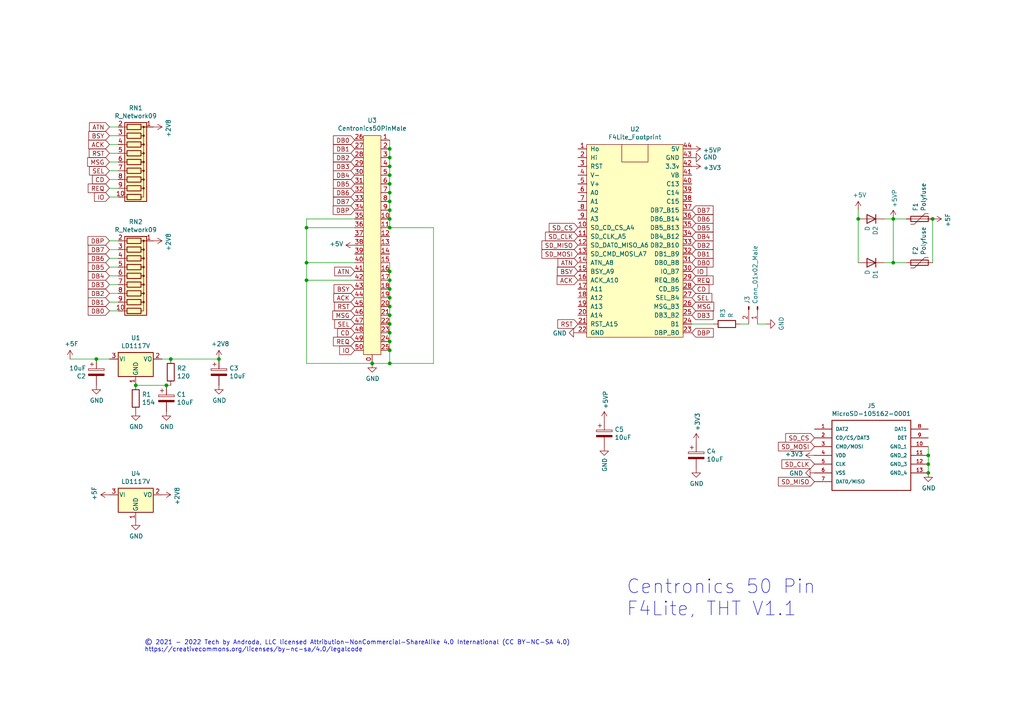
<source format=kicad_sch>
(kicad_sch (version 20211123) (generator eeschema)
  (paper "A4")
  (lib_symbols
    (symbol "Connector:Conn_01x02_Male" (pin_names (offset 1.016) hide)
      (property "Reference" "J" (at 0 2.54 0))
      (property "Value" "Conn_01x02_Male" (at 0 -5.08 0))
      (symbol "Conn_01x02_Male_1_1"
        (polyline (pts (xy 1.27 -2.54) (xy 0.8636 -2.54)) (stroke (width 0.1524)))
        (polyline (pts (xy 1.27 0) (xy 0.8636 0)) (stroke (width 0.1524)))
        (rectangle (start 0.8636 -2.413) (end 0 -2.667) (stroke (width 0.1524)) (fill (type outline)))
        (rectangle (start 0.8636 0.127) (end 0 -0.127) (stroke (width 0.1524)) (fill (type outline)))
        (pin passive line (at 5.08 0 180) (length 3.81) (name "Pin_1") (number "1"))
        (pin passive line (at 5.08 -2.54 180) (length 3.81) (name "Pin_2") (number "2"))
      )
    )
    (symbol "Device:CP" (pin_numbers hide) (pin_names (offset 0.254))
      (property "Reference" "C" (at 0.635 2.54 0))
      (property "Value" "Device_CP" (at 0.635 -2.54 0))
      (symbol "CP_0_1"
        (rectangle (start -2.286 0.508) (end 2.286 1.016))
        (polyline (pts (xy -1.778 2.286) (xy -0.762 2.286)))
        (polyline (pts (xy -1.27 2.794) (xy -1.27 1.778)))
        (rectangle (start 2.286 -0.508) (end -2.286 -1.016) (fill (type outline)))
      )
      (symbol "CP_1_1"
        (pin passive line (at 0 3.81 270) (length 2.794) (name "~") (number "1"))
        (pin passive line (at 0 -3.81 90) (length 2.794) (name "~") (number "2"))
      )
    )
    (symbol "Device:D" (pin_numbers hide) (pin_names (offset 1.016) hide)
      (property "Reference" "D" (at 0 2.54 0))
      (property "Value" "D" (at 0 -2.54 0))
      (symbol "D_0_1"
        (polyline (pts (xy -1.27 1.27) (xy -1.27 -1.27)) (stroke (width 0.254)))
        (polyline (pts (xy 1.27 0) (xy -1.27 0)))
        (polyline (pts (xy 1.27 1.27) (xy 1.27 -1.27) (xy -1.27 0) (xy 1.27 1.27)) (stroke (width 0.254)))
      )
      (symbol "D_1_1"
        (pin passive line (at -3.81 0 0) (length 2.54) (name "K") (number "1"))
        (pin passive line (at 3.81 0 180) (length 2.54) (name "A") (number "2"))
      )
    )
    (symbol "Device:Polyfuse" (pin_numbers hide) (pin_names (offset 0))
      (property "Reference" "F" (at -2.54 0 90))
      (property "Value" "Polyfuse" (at 2.54 0 90))
      (symbol "Polyfuse_0_1"
        (rectangle (start -0.762 2.54) (end 0.762 -2.54) (stroke (width 0.254)))
        (polyline (pts (xy 0 2.54) (xy 0 -2.54)))
        (polyline (pts (xy -1.524 2.54) (xy -1.524 1.524) (xy 1.524 -1.524) (xy 1.524 -2.54)))
      )
      (symbol "Polyfuse_1_1"
        (pin passive line (at 0 3.81 270) (length 1.27) (name "~") (number "1"))
        (pin passive line (at 0 -3.81 90) (length 1.27) (name "~") (number "2"))
      )
    )
    (symbol "Device:R" (pin_numbers hide) (pin_names (offset 0))
      (property "Reference" "R" (at 2.032 0 90))
      (property "Value" "R" (at 0 0 90))
      (symbol "R_0_1"
        (rectangle (start -1.016 -2.54) (end 1.016 2.54) (stroke (width 0.254)))
      )
      (symbol "R_1_1"
        (pin passive line (at 0 3.81 270) (length 1.27) (name "~") (number "1"))
        (pin passive line (at 0 -3.81 90) (length 1.27) (name "~") (number "2"))
      )
    )
    (symbol "Device:R_Network09" (pin_names (offset 0) hide)
      (property "Reference" "RN" (at -12.7 0 90))
      (property "Value" "R_Network09" (at 12.7 0 90))
      (symbol "R_Network09_0_1"
        (rectangle (start -11.43 -3.175) (end 11.43 3.175) (stroke (width 0.254)) (fill (type background)))
        (rectangle (start -10.922 1.524) (end -9.398 -2.54) (stroke (width 0.254)))
        (circle (center -10.16 2.286) (radius 0.254) (fill (type outline)))
        (rectangle (start -8.382 1.524) (end -6.858 -2.54) (stroke (width 0.254)))
        (circle (center -7.62 2.286) (radius 0.254) (fill (type outline)))
        (rectangle (start -5.842 1.524) (end -4.318 -2.54) (stroke (width 0.254)))
        (circle (center -5.08 2.286) (radius 0.254) (fill (type outline)))
        (rectangle (start -3.302 1.524) (end -1.778 -2.54) (stroke (width 0.254)))
        (circle (center -2.54 2.286) (radius 0.254) (fill (type outline)))
        (rectangle (start -0.762 1.524) (end 0.762 -2.54) (stroke (width 0.254)))
        (polyline (pts (xy -10.16 -2.54) (xy -10.16 -3.81)))
        (polyline (pts (xy -7.62 -2.54) (xy -7.62 -3.81)))
        (polyline (pts (xy -5.08 -2.54) (xy -5.08 -3.81)))
        (polyline (pts (xy -2.54 -2.54) (xy -2.54 -3.81)))
        (polyline (pts (xy 0 -2.54) (xy 0 -3.81)))
        (polyline (pts (xy 2.54 -2.54) (xy 2.54 -3.81)))
        (polyline (pts (xy 5.08 -2.54) (xy 5.08 -3.81)))
        (polyline (pts (xy 7.62 -2.54) (xy 7.62 -3.81)))
        (polyline (pts (xy 10.16 -2.54) (xy 10.16 -3.81)))
        (polyline (pts (xy -10.16 1.524) (xy -10.16 2.286) (xy -7.62 2.286) (xy -7.62 1.524)))
        (polyline (pts (xy -7.62 1.524) (xy -7.62 2.286) (xy -5.08 2.286) (xy -5.08 1.524)))
        (polyline (pts (xy -5.08 1.524) (xy -5.08 2.286) (xy -2.54 2.286) (xy -2.54 1.524)))
        (polyline (pts (xy -2.54 1.524) (xy -2.54 2.286) (xy 0 2.286) (xy 0 1.524)))
        (polyline (pts (xy 0 1.524) (xy 0 2.286) (xy 2.54 2.286) (xy 2.54 1.524)))
        (polyline (pts (xy 2.54 1.524) (xy 2.54 2.286) (xy 5.08 2.286) (xy 5.08 1.524)))
        (polyline (pts (xy 5.08 1.524) (xy 5.08 2.286) (xy 7.62 2.286) (xy 7.62 1.524)))
        (polyline (pts (xy 7.62 1.524) (xy 7.62 2.286) (xy 10.16 2.286) (xy 10.16 1.524)))
        (circle (center 0 2.286) (radius 0.254) (fill (type outline)))
        (rectangle (start 1.778 1.524) (end 3.302 -2.54) (stroke (width 0.254)))
        (circle (center 2.54 2.286) (radius 0.254) (fill (type outline)))
        (rectangle (start 4.318 1.524) (end 5.842 -2.54) (stroke (width 0.254)))
        (circle (center 5.08 2.286) (radius 0.254) (fill (type outline)))
        (rectangle (start 6.858 1.524) (end 8.382 -2.54) (stroke (width 0.254)))
        (circle (center 7.62 2.286) (radius 0.254) (fill (type outline)))
        (rectangle (start 9.398 1.524) (end 10.922 -2.54) (stroke (width 0.254)))
      )
      (symbol "R_Network09_1_1"
        (pin passive line (at -10.16 5.08 270) (length 2.54) (name "common") (number "1"))
        (pin passive line (at 10.16 -5.08 90) (length 1.27) (name "R9") (number "10"))
        (pin passive line (at -10.16 -5.08 90) (length 1.27) (name "R1") (number "2"))
        (pin passive line (at -7.62 -5.08 90) (length 1.27) (name "R2") (number "3"))
        (pin passive line (at -5.08 -5.08 90) (length 1.27) (name "R3") (number "4"))
        (pin passive line (at -2.54 -5.08 90) (length 1.27) (name "R4") (number "5"))
        (pin passive line (at 0 -5.08 90) (length 1.27) (name "R5") (number "6"))
        (pin passive line (at 2.54 -5.08 90) (length 1.27) (name "R6") (number "7"))
        (pin passive line (at 5.08 -5.08 90) (length 1.27) (name "R7") (number "8"))
        (pin passive line (at 7.62 -5.08 90) (length 1.27) (name "R8") (number "9"))
      )
    )
    (symbol "Regulator_Linear:LD1117VCD-2.85" (pin_names (offset 0.254))
      (property "Reference" "U" (at -3.81 3.175 0))
      (property "Value" "LD1117VCD-2.85" (at 0 3.175 0))
      (symbol "LD1117VCD-2.85_0_1"
        (rectangle (start -5.08 -5.08) (end 5.08 1.905) (stroke (width 0.254)) (fill (type background)))
      )
      (symbol "LD1117VCD-2.85_1_1"
        (pin power_in line (at 0 -7.62 90) (length 2.54) (name "GND") (number "1"))
        (pin power_out line (at 7.62 0 180) (length 2.54) (name "VO") (number "2"))
        (pin power_in line (at -7.62 0 0) (length 2.54) (name "VI") (number "3"))
      )
    )
    (symbol "custom_symbols:+5V_TPWR" (power) (pin_names (offset 0))
      (property "Value" "custom_symbols_+5V_TPWR" (at 0 3.556 0))
      (symbol "+5V_TPWR_0_1"
        (polyline (pts (xy -0.762 1.27) (xy 0 2.54)))
        (polyline (pts (xy 0 0) (xy 0 2.54)))
        (polyline (pts (xy 0 2.54) (xy 0.762 1.27)))
      )
      (symbol "+5V_TPWR_1_1"
        (pin power_in line (at 0 0 90) (length 0) hide (name "+5V") (number "1"))
      )
    )
    (symbol "custom_symbols:Centronics50PinMale" (pin_names (offset 1.016))
      (property "Reference" "U" (at 0 0 0))
      (property "Value" "custom_symbols_Centronics50PinMale" (at 0 2.54 0))
      (symbol "Centronics50PinMale_0_1"
        (rectangle (start -2.54 -2.54) (end 2.54 -66.04) (fill (type background)))
      )
      (symbol "Centronics50PinMale_1_1"
        (pin input line (at 0 -68.58 90) (length 2.54) (name "~") (number "0"))
        (pin input line (at 5.08 -3.81 180) (length 2.54) (name "~") (number "1"))
        (pin input line (at 5.08 -26.67 180) (length 2.54) (name "~") (number "10"))
        (pin input line (at 5.08 -29.21 180) (length 2.54) (name "~") (number "11"))
        (pin input line (at 5.08 -31.75 180) (length 2.54) (name "~") (number "12"))
        (pin input line (at 5.08 -34.29 180) (length 2.54) (name "~") (number "13"))
        (pin input line (at 5.08 -36.83 180) (length 2.54) (name "~") (number "14"))
        (pin input line (at 5.08 -39.37 180) (length 2.54) (name "~") (number "15"))
        (pin input line (at 5.08 -41.91 180) (length 2.54) (name "~") (number "16"))
        (pin input line (at 5.08 -44.45 180) (length 2.54) (name "~") (number "17"))
        (pin input line (at 5.08 -46.99 180) (length 2.54) (name "~") (number "18"))
        (pin input line (at 5.08 -49.53 180) (length 2.54) (name "~") (number "19"))
        (pin input line (at 5.08 -6.35 180) (length 2.54) (name "~") (number "2"))
        (pin input line (at 5.08 -52.07 180) (length 2.54) (name "~") (number "20"))
        (pin input line (at 5.08 -54.61 180) (length 2.54) (name "~") (number "21"))
        (pin input line (at 5.08 -57.15 180) (length 2.54) (name "~") (number "22"))
        (pin input line (at 5.08 -59.69 180) (length 2.54) (name "~") (number "23"))
        (pin input line (at 5.08 -62.23 180) (length 2.54) (name "~") (number "24"))
        (pin input line (at 5.08 -64.77 180) (length 2.54) (name "~") (number "25"))
        (pin input line (at -5.08 -3.81 0) (length 2.54) (name "~") (number "26"))
        (pin input line (at -5.08 -6.35 0) (length 2.54) (name "~") (number "27"))
        (pin input line (at -5.08 -8.89 0) (length 2.54) (name "~") (number "28"))
        (pin input line (at -5.08 -11.43 0) (length 2.54) (name "~") (number "29"))
        (pin input line (at 5.08 -8.89 180) (length 2.54) (name "~") (number "3"))
        (pin input line (at -5.08 -13.97 0) (length 2.54) (name "~") (number "30"))
        (pin input line (at -5.08 -16.51 0) (length 2.54) (name "~") (number "31"))
        (pin input line (at -5.08 -19.05 0) (length 2.54) (name "~") (number "32"))
        (pin input line (at -5.08 -21.59 0) (length 2.54) (name "~") (number "33"))
        (pin input line (at -5.08 -24.13 0) (length 2.54) (name "~") (number "34"))
        (pin input line (at -5.08 -26.67 0) (length 2.54) (name "~") (number "35"))
        (pin input line (at -5.08 -29.21 0) (length 2.54) (name "~") (number "36"))
        (pin input line (at -5.08 -31.75 0) (length 2.54) (name "~") (number "37"))
        (pin input line (at -5.08 -34.29 0) (length 2.54) (name "~") (number "38"))
        (pin input line (at -5.08 -36.83 0) (length 2.54) (name "~") (number "39"))
        (pin input line (at 5.08 -11.43 180) (length 2.54) (name "~") (number "4"))
        (pin input line (at -5.08 -39.37 0) (length 2.54) (name "~") (number "40"))
        (pin input line (at -5.08 -41.91 0) (length 2.54) (name "~") (number "41"))
        (pin input line (at -5.08 -44.45 0) (length 2.54) (name "~") (number "42"))
        (pin input line (at -5.08 -46.99 0) (length 2.54) (name "~") (number "43"))
        (pin input line (at -5.08 -49.53 0) (length 2.54) (name "~") (number "44"))
        (pin input line (at -5.08 -52.07 0) (length 2.54) (name "~") (number "45"))
        (pin input line (at -5.08 -54.61 0) (length 2.54) (name "~") (number "46"))
        (pin input line (at -5.08 -57.15 0) (length 2.54) (name "~") (number "47"))
        (pin input line (at -5.08 -59.69 0) (length 2.54) (name "~") (number "48"))
        (pin input line (at -5.08 -62.23 0) (length 2.54) (name "~") (number "49"))
        (pin input line (at 5.08 -13.97 180) (length 2.54) (name "~") (number "5"))
        (pin input line (at -5.08 -64.77 0) (length 2.54) (name "~") (number "50"))
        (pin input line (at 5.08 -16.51 180) (length 2.54) (name "~") (number "6"))
        (pin input line (at 5.08 -19.05 180) (length 2.54) (name "~") (number "7"))
        (pin input line (at 5.08 -21.59 180) (length 2.54) (name "~") (number "8"))
        (pin input line (at 5.08 -24.13 180) (length 2.54) (name "~") (number "9"))
      )
    )
    (symbol "custom_symbols:F4Lite_Footprint" (pin_names (offset 1.016))
      (property "Reference" "U" (at 0 0 0))
      (property "Value" "custom_symbols_F4Lite_Footprint" (at 0 2.54 0))
      (symbol "F4Lite_Footprint_0_1"
        (rectangle (start -13.97 -3.81) (end 13.97 -59.69) (fill (type background)))
        (polyline (pts (xy -3.81 -3.81) (xy -3.81 -8.89) (xy 3.81 -8.89) (xy 3.81 -3.81)))
      )
      (symbol "F4Lite_Footprint_1_1"
        (pin input line (at -16.51 -5.08 0) (length 2.54) (name "Ho") (number "1"))
        (pin input line (at -16.51 -27.94 0) (length 2.54) (name "SD_CD_CS_A4") (number "10"))
        (pin input line (at -16.51 -30.48 0) (length 2.54) (name "SD_CLK_A5") (number "11"))
        (pin input line (at -16.51 -33.02 0) (length 2.54) (name "SD_DAT0_MISO_A6") (number "12"))
        (pin input line (at -16.51 -35.56 0) (length 2.54) (name "SD_CMD_MOSI_A7") (number "13"))
        (pin input line (at -16.51 -38.1 0) (length 2.54) (name "ATN_A8") (number "14"))
        (pin input line (at -16.51 -40.64 0) (length 2.54) (name "BSY_A9") (number "15"))
        (pin input line (at -16.51 -43.18 0) (length 2.54) (name "ACK_A10") (number "16"))
        (pin input line (at -16.51 -45.72 0) (length 2.54) (name "A11") (number "17"))
        (pin input line (at -16.51 -48.26 0) (length 2.54) (name "A12") (number "18"))
        (pin input line (at -16.51 -50.8 0) (length 2.54) (name "A13") (number "19"))
        (pin input line (at -16.51 -7.62 0) (length 2.54) (name "Hi") (number "2"))
        (pin input line (at -16.51 -53.34 0) (length 2.54) (name "A14") (number "20"))
        (pin input line (at -16.51 -55.88 0) (length 2.54) (name "RST_A15") (number "21"))
        (pin input line (at -16.51 -58.42 0) (length 2.54) (name "GND") (number "22"))
        (pin input line (at 16.51 -58.42 180) (length 2.54) (name "DBP_B0") (number "23"))
        (pin input line (at 16.51 -55.88 180) (length 2.54) (name "B1") (number "24"))
        (pin input line (at 16.51 -53.34 180) (length 2.54) (name "DB3_B2") (number "25"))
        (pin input line (at 16.51 -50.8 180) (length 2.54) (name "MSG_B3") (number "26"))
        (pin input line (at 16.51 -48.26 180) (length 2.54) (name "SEL_B4") (number "27"))
        (pin input line (at 16.51 -45.72 180) (length 2.54) (name "CD_B5") (number "28"))
        (pin input line (at 16.51 -43.18 180) (length 2.54) (name "REQ_B6") (number "29"))
        (pin input line (at -16.51 -10.16 0) (length 2.54) (name "RST") (number "3"))
        (pin input line (at 16.51 -40.64 180) (length 2.54) (name "IO_B7") (number "30"))
        (pin input line (at 16.51 -38.1 180) (length 2.54) (name "DB0_B8") (number "31"))
        (pin input line (at 16.51 -35.56 180) (length 2.54) (name "DB1_B9") (number "32"))
        (pin input line (at 16.51 -33.02 180) (length 2.54) (name "DB2_B10") (number "33"))
        (pin input line (at 16.51 -30.48 180) (length 2.54) (name "DB4_B12") (number "34"))
        (pin input line (at 16.51 -27.94 180) (length 2.54) (name "DB5_B13") (number "35"))
        (pin input line (at 16.51 -25.4 180) (length 2.54) (name "DB6_B14") (number "36"))
        (pin input line (at 16.51 -22.86 180) (length 2.54) (name "DB7_B15") (number "37"))
        (pin input line (at 16.51 -20.32 180) (length 2.54) (name "C15") (number "38"))
        (pin input line (at 16.51 -17.78 180) (length 2.54) (name "C14") (number "39"))
        (pin input line (at -16.51 -12.7 0) (length 2.54) (name "V-") (number "4"))
        (pin input line (at 16.51 -15.24 180) (length 2.54) (name "C13") (number "40"))
        (pin input line (at 16.51 -12.7 180) (length 2.54) (name "VB") (number "41"))
        (pin input line (at 16.51 -10.16 180) (length 2.54) (name "3.3v") (number "42"))
        (pin input line (at 16.51 -7.62 180) (length 2.54) (name "GND") (number "43"))
        (pin input line (at 16.51 -5.08 180) (length 2.54) (name "5V") (number "44"))
        (pin input line (at -16.51 -15.24 0) (length 2.54) (name "V+") (number "5"))
        (pin input line (at -16.51 -17.78 0) (length 2.54) (name "A0") (number "6"))
        (pin input line (at -16.51 -20.32 0) (length 2.54) (name "A1") (number "7"))
        (pin input line (at -16.51 -22.86 0) (length 2.54) (name "A2") (number "8"))
        (pin input line (at -16.51 -25.4 0) (length 2.54) (name "A3") (number "9"))
      )
    )
    (symbol "custom_symbols:MicroSD-105162-0001" (pin_names (offset 1.016))
      (property "Reference" "J" (at 29.21 7.62 0))
      (property "Value" "custom_symbols_MicroSD-105162-0001" (at 29.21 5.08 0))
      (symbol "MicroSD-105162-0001_0_0"
        (polyline (pts (xy 5.08 2.54) (xy 5.08 -17.78)) (stroke (width 0.254)))
        (polyline (pts (xy 5.08 2.54) (xy 27.94 2.54)) (stroke (width 0.254)))
        (polyline (pts (xy 27.94 -17.78) (xy 5.08 -17.78)) (stroke (width 0.254)))
        (polyline (pts (xy 27.94 -17.78) (xy 27.94 2.54)) (stroke (width 0.254)))
        (pin bidirectional line (at 0 0 0) (length 5.08) (name "DAT2") (number "1"))
        (pin bidirectional line (at 33.02 -5.08 180) (length 5.08) (name "GND_1") (number "10"))
        (pin bidirectional line (at 33.02 -7.62 180) (length 5.08) (name "GND_2") (number "11"))
        (pin bidirectional line (at 33.02 -10.16 180) (length 5.08) (name "GND_3") (number "12"))
        (pin bidirectional line (at 33.02 -12.7 180) (length 5.08) (name "GND_4") (number "13"))
        (pin bidirectional line (at 0 -2.54 0) (length 5.08) (name "CD/CS/DAT3") (number "2"))
        (pin bidirectional line (at 0 -5.08 0) (length 5.08) (name "CMD/MOSI") (number "3"))
        (pin bidirectional line (at 0 -7.62 0) (length 5.08) (name "VDD") (number "4"))
        (pin bidirectional line (at 0 -10.16 0) (length 5.08) (name "CLK") (number "5"))
        (pin bidirectional line (at 0 -12.7 0) (length 5.08) (name "VSS") (number "6"))
        (pin bidirectional line (at 0 -15.24 0) (length 5.08) (name "DAT0/MISO") (number "7"))
        (pin bidirectional line (at 33.02 0 180) (length 5.08) (name "DAT1") (number "8"))
        (pin bidirectional line (at 33.02 -2.54 180) (length 5.08) (name "DET") (number "9"))
      )
    )
    (symbol "power:+2V8" (power) (pin_names (offset 0))
      (property "Value" "+2V8" (at 0 3.556 0))
      (symbol "+2V8_0_1"
        (polyline (pts (xy -0.762 1.27) (xy 0 2.54)))
        (polyline (pts (xy 0 0) (xy 0 2.54)))
        (polyline (pts (xy 0 2.54) (xy 0.762 1.27)))
      )
      (symbol "+2V8_1_1"
        (pin power_in line (at 0 0 90) (length 0) hide (name "+2V8") (number "1"))
      )
    )
    (symbol "power:+3V3" (power) (pin_names (offset 0))
      (property "Value" "+3V3" (at 0 3.556 0))
      (symbol "+3V3_0_1"
        (polyline (pts (xy -0.762 1.27) (xy 0 2.54)))
        (polyline (pts (xy 0 0) (xy 0 2.54)))
        (polyline (pts (xy 0 2.54) (xy 0.762 1.27)))
      )
      (symbol "+3V3_1_1"
        (pin power_in line (at 0 0 90) (length 0) hide (name "+3V3") (number "1"))
      )
    )
    (symbol "power:+5F" (power) (pin_names (offset 0))
      (property "Value" "+5F" (at 0 3.556 0))
      (symbol "+5F_0_1"
        (polyline (pts (xy -0.762 1.27) (xy 0 2.54)))
        (polyline (pts (xy 0 0) (xy 0 2.54)))
        (polyline (pts (xy 0 2.54) (xy 0.762 1.27)))
      )
      (symbol "+5F_1_1"
        (pin power_in line (at 0 0 90) (length 0) hide (name "+5F") (number "1"))
      )
    )
    (symbol "power:+5VP" (power) (pin_names (offset 0))
      (property "Value" "+5VP" (at 0 3.556 0))
      (symbol "+5VP_0_1"
        (polyline (pts (xy -0.762 1.27) (xy 0 2.54)))
        (polyline (pts (xy 0 0) (xy 0 2.54)))
        (polyline (pts (xy 0 2.54) (xy 0.762 1.27)))
      )
      (symbol "+5VP_1_1"
        (pin power_in line (at 0 0 90) (length 0) hide (name "+5VP") (number "1"))
      )
    )
    (symbol "power:GND" (power) (pin_names (offset 0))
      (property "Value" "GND" (at 0 -3.81 0))
      (symbol "GND_0_1"
        (polyline (pts (xy 0 0) (xy 0 -1.27) (xy 1.27 -1.27) (xy 0 -2.54) (xy -1.27 -1.27) (xy 0 -1.27)))
      )
      (symbol "GND_1_1"
        (pin power_in line (at 0 0 270) (length 0) hide (name "GND") (number "1"))
      )
    )
  )
  (junction (at 107.95 105.41))
  (junction (at 259.08 76.2))
  (junction (at 248.92 63.5))
  (junction (at 113.03 58.42))
  (junction (at 113.03 81.28))
  (junction (at 269.24 134.62))
  (junction (at 269.24 132.08))
  (junction (at 113.03 83.82))
  (junction (at 113.03 48.26))
  (junction (at 63.5 104.14))
  (junction (at 113.03 96.52))
  (junction (at 113.03 66.04))
  (junction (at 113.03 88.9))
  (junction (at 39.37 111.76))
  (junction (at 113.03 91.44))
  (junction (at 27.94 104.14))
  (junction (at 113.03 78.74))
  (junction (at 259.08 63.5))
  (junction (at 113.03 105.41))
  (junction (at 113.03 55.88))
  (junction (at 113.03 63.5))
  (junction (at 270.51 63.5))
  (junction (at 113.03 99.06))
  (junction (at 113.03 60.96))
  (junction (at 88.9 66.04))
  (junction (at 269.24 137.16))
  (junction (at 48.26 111.76))
  (junction (at 113.03 93.98))
  (junction (at 113.03 86.36))
  (junction (at 88.9 76.2))
  (junction (at 113.03 45.72))
  (junction (at 113.03 53.34))
  (junction (at 88.9 81.28))
  (junction (at 113.03 43.18))
  (junction (at 49.53 104.14))
  (junction (at 113.03 101.6))
  (junction (at 113.03 50.8))
  (wire (pts (xy 270.51 63.5) (xy 270.51 76.2)))
  (wire (pts (xy 113.03 83.82) (xy 113.03 86.36)))
  (wire (pts (xy 31.75 87.63) (xy 34.29 87.63)))
  (wire (pts (xy 31.75 82.55) (xy 34.29 82.55)))
  (wire (pts (xy 88.9 66.04) (xy 88.9 76.2)))
  (wire (pts (xy 269.24 134.62) (xy 269.24 137.16)))
  (wire (pts (xy 125.73 66.04) (xy 125.73 105.41)))
  (wire (pts (xy 34.29 54.61) (xy 31.75 54.61)))
  (wire (pts (xy 113.03 101.6) (xy 113.03 105.41)))
  (wire (pts (xy 34.29 46.99) (xy 31.75 46.99)))
  (wire (pts (xy 31.75 90.17) (xy 34.29 90.17)))
  (wire (pts (xy 31.75 72.39) (xy 34.29 72.39)))
  (wire (pts (xy 113.03 99.06) (xy 113.03 101.6)))
  (wire (pts (xy 113.03 48.26) (xy 113.03 50.8)))
  (wire (pts (xy 113.03 91.44) (xy 113.03 93.98)))
  (wire (pts (xy 31.75 80.01) (xy 34.29 80.01)))
  (wire (pts (xy 113.03 96.52) (xy 113.03 99.06)))
  (wire (pts (xy 31.75 69.85) (xy 34.29 69.85)))
  (wire (pts (xy 102.87 66.04) (xy 88.9 66.04)))
  (wire (pts (xy 219.71 93.98) (xy 222.25 93.98)))
  (wire (pts (xy 113.03 105.41) (xy 107.95 105.41)))
  (wire (pts (xy 102.87 81.28) (xy 88.9 81.28)))
  (wire (pts (xy 113.03 58.42) (xy 113.03 60.96)))
  (wire (pts (xy 31.75 74.93) (xy 34.29 74.93)))
  (wire (pts (xy 113.03 63.5) (xy 113.03 66.04)))
  (wire (pts (xy 200.66 93.98) (xy 207.01 93.98)))
  (wire (pts (xy 46.99 104.14) (xy 49.53 104.14)))
  (wire (pts (xy 248.92 60.96) (xy 248.92 63.5)))
  (wire (pts (xy 259.08 63.5) (xy 262.89 63.5)))
  (wire (pts (xy 34.29 36.83) (xy 31.75 36.83)))
  (wire (pts (xy 113.03 76.2) (xy 113.03 78.74)))
  (wire (pts (xy 102.87 63.5) (xy 88.9 63.5)))
  (wire (pts (xy 88.9 105.41) (xy 107.95 105.41)))
  (wire (pts (xy 34.29 57.15) (xy 31.75 57.15)))
  (wire (pts (xy 34.29 49.53) (xy 31.75 49.53)))
  (wire (pts (xy 88.9 81.28) (xy 88.9 105.41)))
  (wire (pts (xy 259.08 76.2) (xy 262.89 76.2)))
  (wire (pts (xy 269.24 132.08) (xy 269.24 134.62)))
  (wire (pts (xy 34.29 41.91) (xy 31.75 41.91)))
  (wire (pts (xy 102.87 76.2) (xy 88.9 76.2)))
  (wire (pts (xy 34.29 44.45) (xy 31.75 44.45)))
  (wire (pts (xy 88.9 76.2) (xy 88.9 81.28)))
  (wire (pts (xy 259.08 63.5) (xy 256.54 63.5)))
  (wire (pts (xy 31.75 85.09) (xy 34.29 85.09)))
  (wire (pts (xy 49.53 104.14) (xy 63.5 104.14)))
  (wire (pts (xy 88.9 63.5) (xy 88.9 66.04)))
  (wire (pts (xy 217.17 93.98) (xy 214.63 93.98)))
  (wire (pts (xy 113.03 66.04) (xy 125.73 66.04)))
  (wire (pts (xy 113.03 86.36) (xy 113.03 88.9)))
  (wire (pts (xy 269.24 129.54) (xy 269.24 132.08)))
  (wire (pts (xy 113.03 40.64) (xy 113.03 43.18)))
  (wire (pts (xy 27.94 104.14) (xy 20.32 104.14)))
  (wire (pts (xy 48.26 111.76) (xy 39.37 111.76)))
  (wire (pts (xy 113.03 60.96) (xy 113.03 63.5)))
  (wire (pts (xy 248.92 63.5) (xy 248.92 76.2)))
  (wire (pts (xy 113.03 81.28) (xy 113.03 83.82)))
  (wire (pts (xy 113.03 50.8) (xy 113.03 53.34)))
  (wire (pts (xy 34.29 39.37) (xy 31.75 39.37)))
  (wire (pts (xy 34.29 52.07) (xy 31.75 52.07)))
  (wire (pts (xy 259.08 63.5) (xy 259.08 76.2)))
  (wire (pts (xy 113.03 88.9) (xy 113.03 91.44)))
  (wire (pts (xy 113.03 55.88) (xy 113.03 58.42)))
  (wire (pts (xy 113.03 45.72) (xy 113.03 48.26)))
  (wire (pts (xy 113.03 78.74) (xy 113.03 81.28)))
  (wire (pts (xy 256.54 76.2) (xy 259.08 76.2)))
  (wire (pts (xy 31.75 104.14) (xy 27.94 104.14)))
  (wire (pts (xy 125.73 105.41) (xy 113.03 105.41)))
  (wire (pts (xy 49.53 111.76) (xy 48.26 111.76)))
  (wire (pts (xy 113.03 93.98) (xy 113.03 96.52)))
  (wire (pts (xy 113.03 43.18) (xy 113.03 45.72)))
  (wire (pts (xy 113.03 53.34) (xy 113.03 55.88)))
  (wire (pts (xy 31.75 77.47) (xy 34.29 77.47)))
  (text "Centronics 50 Pin\nF4Lite, THT V1.1" (at 181.61 179.07 0) (effects (font (size 4 4)) (justify left bottom)))
  (text "© 2021 - 2022 Tech by Androda, LLC licensed Attribution-NonCommercial-ShareAlike 4.0 International (CC BY-NC-SA 4.0)\nhttps://creativecommons.org/licenses/by-nc-sa/4.0/legalcode" (at 41.91 189.23 0) (effects (font (size 1.27 1.27)) (justify left bottom)))
  (global_label "SD_CLK" (shape input) (at 236.22 134.62 180) (property "Intersheet References" "${INTERSHEET_REFS}" (effects hide)))
  (global_label "DBP" (shape input) (at 102.87 60.96 180) (property "Intersheet References" "${INTERSHEET_REFS}" (effects hide)))
  (global_label "IO" (shape input) (at 200.66 78.74 0) (property "Intersheet References" "${INTERSHEET_REFS}" (effects hide)))
  (global_label "SD_MOSI" (shape input) (at 236.22 129.54 180) (property "Intersheet References" "${INTERSHEET_REFS}" (effects hide)))
  (global_label "DB6" (shape input) (at 200.66 63.5 0) (property "Intersheet References" "${INTERSHEET_REFS}" (effects hide)))
  (global_label "DB1" (shape input) (at 200.66 73.66 0) (property "Intersheet References" "${INTERSHEET_REFS}" (effects hide)))
  (global_label "DB2" (shape input) (at 200.66 71.12 0) (property "Intersheet References" "${INTERSHEET_REFS}" (effects hide)))
  (global_label "SEL" (shape input) (at 31.75 49.53 180) (property "Intersheet References" "${INTERSHEET_REFS}" (effects hide)))
  (global_label "CD" (shape input) (at 102.87 96.52 180) (property "Intersheet References" "${INTERSHEET_REFS}" (effects hide)))
  (global_label "DB7" (shape input) (at 102.87 58.42 180) (property "Intersheet References" "${INTERSHEET_REFS}" (effects hide)))
  (global_label "DB2" (shape input) (at 31.75 85.09 180) (property "Intersheet References" "${INTERSHEET_REFS}" (effects hide)))
  (global_label "MSG" (shape input) (at 102.87 91.44 180) (property "Intersheet References" "${INTERSHEET_REFS}" (effects hide)))
  (global_label "REQ" (shape input) (at 102.87 99.06 180) (property "Intersheet References" "${INTERSHEET_REFS}" (effects hide)))
  (global_label "RST" (shape input) (at 31.75 44.45 180) (property "Intersheet References" "${INTERSHEET_REFS}" (effects hide)))
  (global_label "DB4" (shape input) (at 31.75 80.01 180) (property "Intersheet References" "${INTERSHEET_REFS}" (effects hide)))
  (global_label "DB6" (shape input) (at 102.87 55.88 180) (property "Intersheet References" "${INTERSHEET_REFS}" (effects hide)))
  (global_label "DB7" (shape input) (at 200.66 60.96 0) (property "Intersheet References" "${INTERSHEET_REFS}" (effects hide)))
  (global_label "SD_MOSI" (shape input) (at 167.64 73.66 180) (property "Intersheet References" "${INTERSHEET_REFS}" (effects hide)))
  (global_label "SD_CLK" (shape input) (at 167.64 68.58 180) (property "Intersheet References" "${INTERSHEET_REFS}" (effects hide)))
  (global_label "DBP" (shape input) (at 200.66 96.52 0) (property "Intersheet References" "${INTERSHEET_REFS}" (effects hide)))
  (global_label "RST" (shape input) (at 102.87 88.9 180) (property "Intersheet References" "${INTERSHEET_REFS}" (effects hide)))
  (global_label "DBP" (shape input) (at 31.75 69.85 180) (property "Intersheet References" "${INTERSHEET_REFS}" (effects hide)))
  (global_label "ATN" (shape input) (at 31.75 36.83 180) (property "Intersheet References" "${INTERSHEET_REFS}" (effects hide)))
  (global_label "REQ" (shape input) (at 200.66 81.28 0) (property "Intersheet References" "${INTERSHEET_REFS}" (effects hide)))
  (global_label "DB0" (shape input) (at 31.75 90.17 180) (property "Intersheet References" "${INTERSHEET_REFS}" (effects hide)))
  (global_label "MSG" (shape input) (at 200.66 88.9 0) (property "Intersheet References" "${INTERSHEET_REFS}" (effects hide)))
  (global_label "RST" (shape input) (at 167.64 93.98 180) (property "Intersheet References" "${INTERSHEET_REFS}" (effects hide)))
  (global_label "SD_CS" (shape input) (at 236.22 127 180) (property "Intersheet References" "${INTERSHEET_REFS}" (effects hide)))
  (global_label "SD_MISO" (shape input) (at 167.64 71.12 180) (property "Intersheet References" "${INTERSHEET_REFS}" (effects hide)))
  (global_label "DB3" (shape input) (at 102.87 48.26 180) (property "Intersheet References" "${INTERSHEET_REFS}" (effects hide)))
  (global_label "IO" (shape input) (at 102.87 101.6 180) (property "Intersheet References" "${INTERSHEET_REFS}" (effects hide)))
  (global_label "DB6" (shape input) (at 31.75 74.93 180) (property "Intersheet References" "${INTERSHEET_REFS}" (effects hide)))
  (global_label "SEL" (shape input) (at 102.87 93.98 180) (property "Intersheet References" "${INTERSHEET_REFS}" (effects hide)))
  (global_label "DB0" (shape input) (at 102.87 40.64 180) (property "Intersheet References" "${INTERSHEET_REFS}" (effects hide)))
  (global_label "MSG" (shape input) (at 31.75 46.99 180) (property "Intersheet References" "${INTERSHEET_REFS}" (effects hide)))
  (global_label "ATN" (shape input) (at 102.87 78.74 180) (property "Intersheet References" "${INTERSHEET_REFS}" (effects hide)))
  (global_label "BSY" (shape input) (at 167.64 78.74 180) (property "Intersheet References" "${INTERSHEET_REFS}" (effects hide)))
  (global_label "IO" (shape input) (at 31.75 57.15 180) (property "Intersheet References" "${INTERSHEET_REFS}" (effects hide)))
  (global_label "SD_MISO" (shape input) (at 236.22 139.7 180) (property "Intersheet References" "${INTERSHEET_REFS}" (effects hide)))
  (global_label "DB5" (shape input) (at 102.87 53.34 180) (property "Intersheet References" "${INTERSHEET_REFS}" (effects hide)))
  (global_label "DB0" (shape input) (at 200.66 76.2 0) (property "Intersheet References" "${INTERSHEET_REFS}" (effects hide)))
  (global_label "CD" (shape input) (at 200.66 83.82 0) (property "Intersheet References" "${INTERSHEET_REFS}" (effects hide)))
  (global_label "ACK" (shape input) (at 31.75 41.91 180) (property "Intersheet References" "${INTERSHEET_REFS}" (effects hide)))
  (global_label "BSY" (shape input) (at 31.75 39.37 180) (property "Intersheet References" "${INTERSHEET_REFS}" (effects hide)))
  (global_label "DB7" (shape input) (at 31.75 72.39 180) (property "Intersheet References" "${INTERSHEET_REFS}" (effects hide)))
  (global_label "ATN" (shape input) (at 167.64 76.2 180) (property "Intersheet References" "${INTERSHEET_REFS}" (effects hide)))
  (global_label "DB3" (shape input) (at 31.75 82.55 180) (property "Intersheet References" "${INTERSHEET_REFS}" (effects hide)))
  (global_label "DB2" (shape input) (at 102.87 45.72 180) (property "Intersheet References" "${INTERSHEET_REFS}" (effects hide)))
  (global_label "DB1" (shape input) (at 31.75 87.63 180) (property "Intersheet References" "${INTERSHEET_REFS}" (effects hide)))
  (global_label "BSY" (shape input) (at 102.87 83.82 180) (property "Intersheet References" "${INTERSHEET_REFS}" (effects hide)))
  (global_label "DB4" (shape input) (at 200.66 68.58 0) (property "Intersheet References" "${INTERSHEET_REFS}" (effects hide)))
  (global_label "REQ" (shape input) (at 31.75 54.61 180) (property "Intersheet References" "${INTERSHEET_REFS}" (effects hide)))
  (global_label "ACK" (shape input) (at 102.87 86.36 180) (property "Intersheet References" "${INTERSHEET_REFS}" (effects hide)))
  (global_label "CD" (shape input) (at 31.75 52.07 180) (property "Intersheet References" "${INTERSHEET_REFS}" (effects hide)))
  (global_label "DB5" (shape input) (at 200.66 66.04 0) (property "Intersheet References" "${INTERSHEET_REFS}" (effects hide)))
  (global_label "DB1" (shape input) (at 102.87 43.18 180) (property "Intersheet References" "${INTERSHEET_REFS}" (effects hide)))
  (global_label "SD_CS" (shape input) (at 167.64 66.04 180) (property "Intersheet References" "${INTERSHEET_REFS}" (effects hide)))
  (global_label "DB5" (shape input) (at 31.75 77.47 180) (property "Intersheet References" "${INTERSHEET_REFS}" (effects hide)))
  (global_label "SEL" (shape input) (at 200.66 86.36 0) (property "Intersheet References" "${INTERSHEET_REFS}" (effects hide)))
  (global_label "DB4" (shape input) (at 102.87 50.8 180) (property "Intersheet References" "${INTERSHEET_REFS}" (effects hide)))
  (global_label "DB3" (shape input) (at 200.66 91.44 0) (property "Intersheet References" "${INTERSHEET_REFS}" (effects hide)))
  (global_label "ACK" (shape input) (at 167.64 81.28 180) (property "Intersheet References" "${INTERSHEET_REFS}" (effects hide)))
  (symbol (lib_id "Regulator_Linear:LD1117VCD-2.85") (at 39.37 104.14 0) (unit 1)
    (property "Reference" "U1" (at 39.37 97.9932 0))
    (property "Value" "LD1117V" (at 39.37 100.3046 0))
    (property "Footprint" "Package_TO_SOT_THT:TO-220-3_Horizontal_TabDown" (effects hide))
    (property "Datasheet" "http://www.advanced-monolithic.com/pdf/ds1117.pdf" (effects hide))
  )
  (symbol (lib_id "power:GND") (at 39.37 119.38 0) (unit 1)
    (property "Reference" "#PWR06" (effects hide))
    (property "Value" "GND" (at 39.497 123.7742 0))
  )
  (symbol (lib_id "power:+2V8") (at 63.5 104.14 0) (unit 1)
    (property "Reference" "#PWR08" (effects hide))
    (property "Value" "+2V8" (at 63.881 99.7458 0))
  )
  (symbol (lib_id "Device:CP") (at 63.5 107.95 0) (unit 1)
    (property "Reference" "C3" (at 66.4972 106.7816 0) (effects (justify left)))
    (property "Value" "10uF" (at 66.4972 109.093 0) (effects (justify left)))
    (property "Footprint" "Capacitor_SMD:C_1210_3225Metric_Pad1.42x2.65mm_HandSolder" (effects hide))
  )
  (symbol (lib_id "Device:CP") (at 27.94 107.95 0) (unit 1)
    (property "Reference" "C2" (at 24.9428 109.1184 0) (effects (justify right)))
    (property "Value" "10uF" (at 24.9428 106.807 0) (effects (justify right)))
    (property "Footprint" "Capacitor_SMD:C_1210_3225Metric_Pad1.42x2.65mm_HandSolder" (effects hide))
  )
  (symbol (lib_id "power:GND") (at 27.94 111.76 0) (unit 1)
    (property "Reference" "#PWR03" (effects hide))
    (property "Value" "GND" (at 28.067 116.1542 0))
  )
  (symbol (lib_id "power:GND") (at 63.5 111.76 0) (unit 1)
    (property "Reference" "#PWR07" (effects hide))
    (property "Value" "GND" (at 63.627 116.1542 0))
  )
  (symbol (lib_id "custom_symbols:+5V_TPWR") (at 248.92 60.96 0) (unit 1)
    (property "Reference" "#PWR0103" (effects hide))
    (property "Value" "+5V_TPWR" (at 249.301 56.5658 0))
  )
  (symbol (lib_id "custom_symbols:MicroSD-105162-0001") (at 236.22 124.46 0) (unit 1)
    (property "Reference" "J5" (at 252.73 117.6782 0))
    (property "Value" "MicroSD-105162-0001" (at 252.73 119.9896 0))
    (property "Footprint" "CustomFootprints:microsd_molex_1051620001" (effects hide))
    (property "MANUFACTURER_PART_NUMBER" "105162-0001" (effects hide))
    (property "HEIGHT" "mm" (effects hide))
    (property "MOUSER_PART_NUMBER" "538-105162-0001" (effects hide))
    (property "DESCRIPTION" "Memory Card Connectors 1.45H MICRO SD HEADER WITH D/C PIN" (effects hide))
    (property "MANUFACTURER_NAME" "Molex" (effects hide))
    (property "MOUSER_PRICE-STOCK" "https://www.mouser.co.uk/ProductDetail/Molex/105162-0001?qs=1fNsfHe5VsK8daqlgKxZfQ%3D%3D" (effects hide))
  )
  (symbol (lib_id "power:GND") (at 236.22 137.16 270) (unit 1)
    (property "Reference" "#PWR0109" (effects hide))
    (property "Value" "GND" (at 232.9688 137.287 90) (effects (justify right)))
  )
  (symbol (lib_id "power:GND") (at 269.24 137.16 0) (unit 1)
    (property "Reference" "#PWR0104" (effects hide))
    (property "Value" "GND" (at 269.367 141.5542 0))
  )
  (symbol (lib_id "power:+3V3") (at 236.22 132.08 90) (unit 1)
    (property "Reference" "#PWR0106" (effects hide))
    (property "Value" "+3V3" (at 232.9688 131.699 90) (effects (justify left)))
  )
  (symbol (lib_id "Device:Polyfuse") (at 266.7 63.5 90) (unit 1)
    (property "Reference" "F1" (at 265.5316 61.2648 0) (effects (justify left)))
    (property "Value" "Polyfuse" (at 267.843 61.2648 0) (effects (justify left)))
    (property "Footprint" "CustomFootprints:Fuse_BelFuse_0ZRE0005FF_L8.3mm_W3.8mm" (effects hide))
  )
  (symbol (lib_id "power:+5F") (at 20.32 104.14 0) (unit 1)
    (property "Reference" "#PWR0113" (effects hide))
    (property "Value" "+5F" (at 20.701 99.7458 0))
  )
  (symbol (lib_id "power:+5F") (at 270.51 63.5 270) (unit 1)
    (property "Reference" "#PWR0118" (effects hide))
    (property "Value" "+5F" (at 274.9042 63.881 0))
  )
  (symbol (lib_id "power:+5VP") (at 259.08 63.5 0) (unit 1)
    (property "Reference" "#PWR0119" (effects hide))
    (property "Value" "+5VP" (at 259.461 60.2488 90) (effects (justify left)))
  )
  (symbol (lib_id "Device:R") (at 49.53 107.95 0) (unit 1)
    (property "Reference" "R2" (at 51.308 106.7816 0) (effects (justify left)))
    (property "Value" "120" (at 51.308 109.093 0) (effects (justify left)))
    (property "Footprint" "Resistor_THT:R_Axial_DIN0204_L3.6mm_D1.6mm_P5.08mm_Vertical" (effects hide))
  )
  (symbol (lib_id "Device:R") (at 39.37 115.57 0) (unit 1)
    (property "Reference" "R1" (at 41.148 114.4016 0) (effects (justify left)))
    (property "Value" "154" (at 41.148 116.713 0) (effects (justify left)))
    (property "Footprint" "Resistor_THT:R_Axial_DIN0207_L6.3mm_D2.5mm_P10.16mm_Horizontal" (effects hide))
  )
  (symbol (lib_id "Device:CP") (at 48.26 115.57 0) (unit 1)
    (property "Reference" "C1" (at 51.2572 114.4016 0) (effects (justify left)))
    (property "Value" "10uF" (at 51.2572 116.713 0) (effects (justify left)))
    (property "Footprint" "Capacitor_SMD:C_1210_3225Metric_Pad1.42x2.65mm_HandSolder" (effects hide))
  )
  (symbol (lib_id "power:GND") (at 48.26 119.38 0) (unit 1)
    (property "Reference" "#PWR0102" (effects hide))
    (property "Value" "GND" (at 48.387 123.7742 0))
  )
  (symbol (lib_id "Device:R_Network09") (at 39.37 46.99 270) (unit 1)
    (property "Reference" "RN1" (at 39.37 31.3182 90))
    (property "Value" "R_Network09" (at 39.37 33.6296 90))
    (property "Footprint" "Resistor_THT:R_Array_SIP10" (effects hide))
    (property "Datasheet" "http://www.vishay.com/docs/31509/csc.pdf" (effects hide))
  )
  (symbol (lib_id "Device:R_Network09") (at 39.37 80.01 270) (unit 1)
    (property "Reference" "RN2" (at 39.37 64.3382 90))
    (property "Value" "R_Network09" (at 39.37 66.6496 90))
    (property "Footprint" "Resistor_THT:R_Array_SIP10" (effects hide))
    (property "Datasheet" "http://www.vishay.com/docs/31509/csc.pdf" (effects hide))
  )
  (symbol (lib_id "power:+2V8") (at 44.45 69.85 270) (unit 1)
    (property "Reference" "#PWR0110" (effects hide))
    (property "Value" "+2V8" (at 48.8442 70.231 0))
  )
  (symbol (lib_id "power:+2V8") (at 44.45 36.83 270) (unit 1)
    (property "Reference" "#PWR0111" (effects hide))
    (property "Value" "+2V8" (at 48.8442 37.211 0))
  )
  (symbol (lib_id "Device:D") (at 252.73 63.5 180) (unit 1)
    (property "Reference" "D2" (at 253.8984 65.532 90) (effects (justify left)))
    (property "Value" "D" (at 251.587 65.532 90) (effects (justify left)))
    (property "Footprint" "Diode_THT:D_A-405_P10.16mm_Horizontal" (effects hide))
  )
  (symbol (lib_id "power:+3V3") (at 201.93 128.27 0) (unit 1)
    (property "Reference" "#PWR0107" (effects hide))
    (property "Value" "+3V3" (at 202.311 125.0188 90) (effects (justify left)))
  )
  (symbol (lib_id "power:GND") (at 201.93 135.89 0) (unit 1)
    (property "Reference" "#PWR0112" (effects hide))
    (property "Value" "GND" (at 202.057 140.2842 0))
  )
  (symbol (lib_id "Device:CP") (at 201.93 132.08 0) (unit 1)
    (property "Reference" "C4" (at 204.9272 130.9116 0) (effects (justify left)))
    (property "Value" "10uF" (at 204.9272 133.223 0) (effects (justify left)))
    (property "Footprint" "Capacitor_SMD:C_1210_3225Metric_Pad1.42x2.65mm_HandSolder" (effects hide))
  )
  (symbol (lib_id "custom_symbols:F4Lite_Footprint") (at 184.15 38.1 0) (unit 1)
    (property "Reference" "U2" (at 184.15 37.465 0))
    (property "Value" "F4Lite_Footprint" (at 184.15 39.7764 0))
    (property "Footprint" "CustomFootprints:F4Lite_Footprint" (effects hide))
  )
  (symbol (lib_id "power:+5VP") (at 200.66 43.18 270) (unit 1)
    (property "Reference" "#PWR0105" (effects hide))
    (property "Value" "+5VP" (at 203.9112 43.561 90) (effects (justify left)))
  )
  (symbol (lib_id "power:GND") (at 167.64 96.52 270) (unit 1)
    (property "Reference" "#PWR0114" (effects hide))
    (property "Value" "GND" (at 164.3888 96.647 90) (effects (justify right)))
  )
  (symbol (lib_id "power:+3V3") (at 200.66 48.26 270) (unit 1)
    (property "Reference" "#PWR0115" (effects hide))
    (property "Value" "+3V3" (at 203.9112 48.641 90) (effects (justify left)))
  )
  (symbol (lib_id "power:GND") (at 200.66 45.72 90) (unit 1)
    (property "Reference" "#PWR0116" (effects hide))
    (property "Value" "GND" (at 203.9112 45.593 90) (effects (justify right)))
  )
  (symbol (lib_id "Device:R") (at 210.82 93.98 90) (unit 1)
    (property "Reference" "R3" (at 209.6516 92.202 0) (effects (justify left)))
    (property "Value" "R" (at 211.963 92.202 0) (effects (justify left)))
    (property "Footprint" "Resistor_THT:R_Axial_DIN0207_L6.3mm_D2.5mm_P7.62mm_Horizontal" (effects hide))
  )
  (symbol (lib_id "power:GND") (at 222.25 93.98 90) (unit 1)
    (property "Reference" "#PWR0117" (effects hide))
    (property "Value" "GND" (at 226.6442 93.853 0))
  )
  (symbol (lib_id "Connector:Conn_01x02_Male") (at 219.71 88.9 270) (unit 1)
    (property "Reference" "J3" (at 216.7128 88.1888 0) (effects (justify right)))
    (property "Value" "Conn_01x02_Male" (at 219.0242 88.1888 0) (effects (justify right)))
    (property "Footprint" "Connector_PinHeader_2.54mm:PinHeader_1x02_P2.54mm_Vertical" (effects hide))
  )
  (symbol (lib_id "custom_symbols:Centronics50PinMale") (at 107.95 36.83 0) (unit 1)
    (property "Reference" "U3" (at 107.95 34.925 0))
    (property "Value" "Centronics50PinMale" (at 107.95 37.2364 0))
    (property "Footprint" "CustomFootprints:Centronics50Male" (effects hide))
  )
  (symbol (lib_id "custom_symbols:+5V_TPWR") (at 102.87 71.12 90) (unit 1)
    (property "Reference" "#PWR0120" (effects hide))
    (property "Value" "+5V_TPWR" (at 99.6188 70.739 90) (effects (justify left)))
  )
  (symbol (lib_id "power:+5VP") (at 175.26 121.92 0) (unit 1)
    (property "Reference" "#PWR0101" (effects hide))
    (property "Value" "+5VP" (at 175.641 118.6688 90) (effects (justify left)))
  )
  (symbol (lib_id "power:GND") (at 175.26 129.54 0) (unit 1)
    (property "Reference" "#PWR0123" (effects hide))
    (property "Value" "GND" (at 175.387 132.7912 90) (effects (justify right)))
  )
  (symbol (lib_id "Device:CP") (at 175.26 125.73 0) (unit 1)
    (property "Reference" "C5" (at 178.2572 124.5616 0) (effects (justify left)))
    (property "Value" "10uF" (at 178.2572 126.873 0) (effects (justify left)))
    (property "Footprint" "Capacitor_SMD:C_0805_2012Metric_Pad1.18x1.45mm_HandSolder" (effects hide))
  )
  (symbol (lib_id "power:GND") (at 107.95 105.41 0) (unit 1)
    (property "Reference" "#PWR0121" (effects hide))
    (property "Value" "GND" (at 108.077 109.8042 0))
  )
  (symbol (lib_id "Device:D") (at 252.73 76.2 180) (unit 1)
    (property "Reference" "D1" (at 253.8984 78.232 90) (effects (justify left)))
    (property "Value" "D" (at 251.587 78.232 90) (effects (justify left)))
    (property "Footprint" "Diode_SMD:D_SMA" (effects hide))
  )
  (symbol (lib_id "Regulator_Linear:LD1117VCD-2.85") (at 39.37 143.51 0) (unit 1)
    (property "Reference" "U4" (at 39.37 137.3632 0))
    (property "Value" "LD1117V" (at 39.37 139.6746 0))
    (property "Footprint" "Package_TO_SOT_SMD:SOT-223-3_TabPin2" (effects hide))
    (property "Datasheet" "http://www.advanced-monolithic.com/pdf/ds1117.pdf" (effects hide))
  )
  (symbol (lib_id "power:+2V8") (at 46.99 143.51 270) (unit 1)
    (property "Reference" "#PWR04" (effects hide))
    (property "Value" "+2V8" (at 51.3842 143.891 0))
  )
  (symbol (lib_id "Device:Polyfuse") (at 266.7 76.2 90) (unit 1)
    (property "Reference" "F2" (at 265.5316 73.9648 0) (effects (justify left)))
    (property "Value" "Polyfuse" (at 267.843 73.9648 0) (effects (justify left)))
    (property "Footprint" "Fuse:Fuse_0805_2012Metric_Pad1.15x1.40mm_HandSolder" (effects hide))
  )
  (symbol (lib_id "power:GND") (at 39.37 151.13 0) (unit 1)
    (property "Reference" "#PWR02" (effects hide))
    (property "Value" "GND" (at 39.497 155.5242 0))
  )
  (symbol (lib_id "power:+5F") (at 31.75 143.51 90) (unit 1)
    (property "Reference" "#PWR01" (effects hide))
    (property "Value" "+5F" (at 27.3558 143.129 0))
  )
)
</source>
